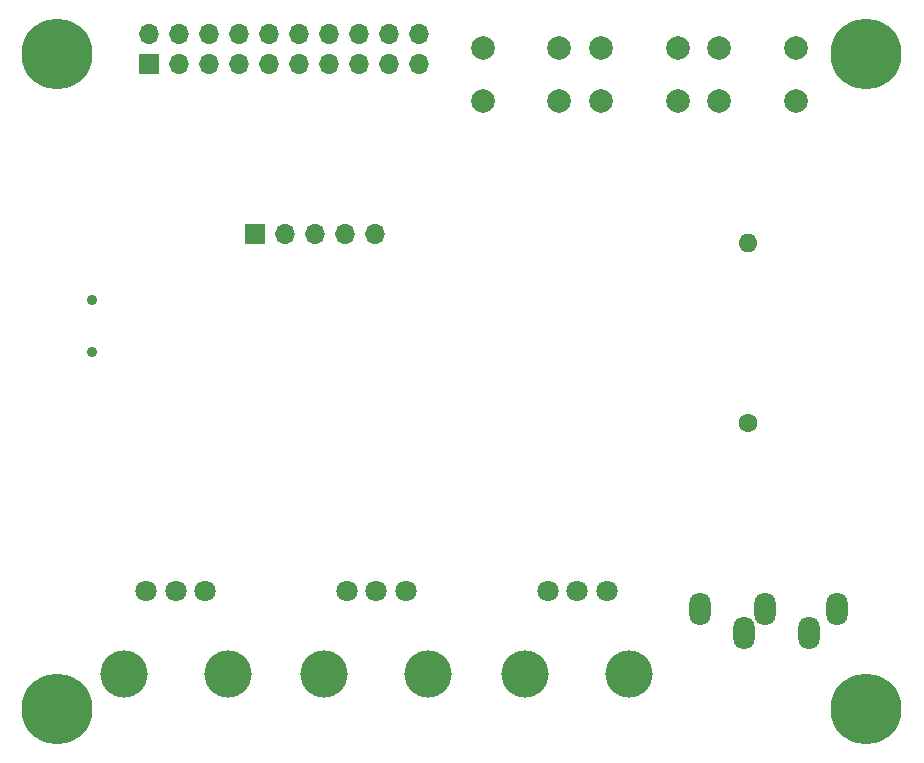
<source format=gbr>
%TF.GenerationSoftware,KiCad,Pcbnew,7.0.7*%
%TF.CreationDate,2023-09-03T16:08:26-07:00*%
%TF.ProjectId,headphone_dac,68656164-7068-46f6-9e65-5f6461632e6b,rev?*%
%TF.SameCoordinates,Original*%
%TF.FileFunction,Soldermask,Bot*%
%TF.FilePolarity,Negative*%
%FSLAX46Y46*%
G04 Gerber Fmt 4.6, Leading zero omitted, Abs format (unit mm)*
G04 Created by KiCad (PCBNEW 7.0.7) date 2023-09-03 16:08:26*
%MOMM*%
%LPD*%
G01*
G04 APERTURE LIST*
%ADD10C,4.000000*%
%ADD11C,1.800000*%
%ADD12C,0.900000*%
%ADD13O,1.800000X2.800000*%
%ADD14C,1.600000*%
%ADD15O,1.600000X1.600000*%
%ADD16C,2.000000*%
%ADD17C,6.000000*%
%ADD18C,0.800000*%
%ADD19R,1.700000X1.700000*%
%ADD20O,1.700000X1.700000*%
G04 APERTURE END LIST*
D10*
%TO.C,RV3*%
X140400000Y-148500000D03*
X131600000Y-148500000D03*
D11*
X133500000Y-141500000D03*
X136000000Y-141500000D03*
X138500000Y-141500000D03*
%TD*%
D12*
%TO.C,J1*%
X94900000Y-116800000D03*
X94900000Y-121200000D03*
%TD*%
D13*
%TO.C,J6*%
X150100000Y-145000000D03*
X151900000Y-143000000D03*
X158000000Y-143000000D03*
X155600000Y-145000000D03*
X146400000Y-143000000D03*
%TD*%
D14*
%TO.C,R10*%
X150500000Y-127250000D03*
D15*
X150500000Y-112010000D03*
%TD*%
D10*
%TO.C,RV1*%
X106400000Y-148500000D03*
X97600000Y-148500000D03*
D11*
X99500000Y-141500000D03*
X102000000Y-141500000D03*
X104500000Y-141500000D03*
%TD*%
D10*
%TO.C,RV2*%
X123400000Y-148500000D03*
X114600000Y-148500000D03*
D11*
X116500000Y-141500000D03*
X119000000Y-141500000D03*
X121500000Y-141500000D03*
%TD*%
D16*
%TO.C,SW1*%
X134500000Y-100000000D03*
X128000000Y-100000000D03*
X134500000Y-95500000D03*
X128000000Y-95500000D03*
%TD*%
%TO.C,SW2*%
X138000000Y-95500000D03*
X144500000Y-95500000D03*
X138000000Y-100000000D03*
X144500000Y-100000000D03*
%TD*%
%TO.C,SW3*%
X154500000Y-100000000D03*
X148000000Y-100000000D03*
X154500000Y-95500000D03*
X148000000Y-95500000D03*
%TD*%
D17*
%TO.C,H2*%
X92000000Y-96000000D03*
%TD*%
%TO.C,H3*%
X160500000Y-96000000D03*
%TD*%
%TO.C,H4*%
X160500000Y-151500000D03*
%TD*%
D18*
%TO.C,H1*%
X89750000Y-151500000D03*
X90409010Y-149909010D03*
X90409010Y-153090990D03*
X92000000Y-149250000D03*
D17*
X92000000Y-151500000D03*
D18*
X92000000Y-153750000D03*
X93590990Y-149909010D03*
X93590990Y-153090990D03*
X94250000Y-151500000D03*
%TD*%
D19*
%TO.C,J2*%
X99750000Y-96850000D03*
D20*
X99750000Y-94310000D03*
X102290000Y-96850000D03*
X102290000Y-94310000D03*
X104830000Y-96850000D03*
X104830000Y-94310000D03*
X107370000Y-96850000D03*
X107370000Y-94310000D03*
X109910000Y-96850000D03*
X109910000Y-94310000D03*
X112450000Y-96850000D03*
X112450000Y-94310000D03*
X114990000Y-96850000D03*
X114990000Y-94310000D03*
X117530000Y-96850000D03*
X117530000Y-94310000D03*
X120070000Y-96850000D03*
X120070000Y-94310000D03*
X122610000Y-96850000D03*
X122610000Y-94310000D03*
%TD*%
D19*
%TO.C,J3*%
X108750000Y-111250000D03*
D20*
X111290000Y-111250000D03*
X113830000Y-111250000D03*
X116370000Y-111250000D03*
X118910000Y-111250000D03*
%TD*%
M02*

</source>
